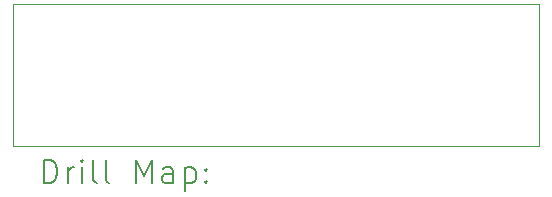
<source format=gbr>
%TF.GenerationSoftware,KiCad,Pcbnew,8.0.6*%
%TF.CreationDate,2025-04-05T03:11:44-05:00*%
%TF.ProjectId,battery protection board,62617474-6572-4792-9070-726f74656374,rev?*%
%TF.SameCoordinates,Original*%
%TF.FileFunction,Drillmap*%
%TF.FilePolarity,Positive*%
%FSLAX45Y45*%
G04 Gerber Fmt 4.5, Leading zero omitted, Abs format (unit mm)*
G04 Created by KiCad (PCBNEW 8.0.6) date 2025-04-05 03:11:44*
%MOMM*%
%LPD*%
G01*
G04 APERTURE LIST*
%ADD10C,0.050000*%
%ADD11C,0.200000*%
G04 APERTURE END LIST*
D10*
X13300000Y-8950000D02*
X17750000Y-8950000D01*
X17750000Y-10150000D01*
X13300000Y-10150000D01*
X13300000Y-8950000D01*
D11*
X13558277Y-10463984D02*
X13558277Y-10263984D01*
X13558277Y-10263984D02*
X13605896Y-10263984D01*
X13605896Y-10263984D02*
X13634467Y-10273508D01*
X13634467Y-10273508D02*
X13653515Y-10292555D01*
X13653515Y-10292555D02*
X13663039Y-10311603D01*
X13663039Y-10311603D02*
X13672562Y-10349698D01*
X13672562Y-10349698D02*
X13672562Y-10378270D01*
X13672562Y-10378270D02*
X13663039Y-10416365D01*
X13663039Y-10416365D02*
X13653515Y-10435412D01*
X13653515Y-10435412D02*
X13634467Y-10454460D01*
X13634467Y-10454460D02*
X13605896Y-10463984D01*
X13605896Y-10463984D02*
X13558277Y-10463984D01*
X13758277Y-10463984D02*
X13758277Y-10330650D01*
X13758277Y-10368746D02*
X13767801Y-10349698D01*
X13767801Y-10349698D02*
X13777324Y-10340174D01*
X13777324Y-10340174D02*
X13796372Y-10330650D01*
X13796372Y-10330650D02*
X13815420Y-10330650D01*
X13882086Y-10463984D02*
X13882086Y-10330650D01*
X13882086Y-10263984D02*
X13872562Y-10273508D01*
X13872562Y-10273508D02*
X13882086Y-10283031D01*
X13882086Y-10283031D02*
X13891610Y-10273508D01*
X13891610Y-10273508D02*
X13882086Y-10263984D01*
X13882086Y-10263984D02*
X13882086Y-10283031D01*
X14005896Y-10463984D02*
X13986848Y-10454460D01*
X13986848Y-10454460D02*
X13977324Y-10435412D01*
X13977324Y-10435412D02*
X13977324Y-10263984D01*
X14110658Y-10463984D02*
X14091610Y-10454460D01*
X14091610Y-10454460D02*
X14082086Y-10435412D01*
X14082086Y-10435412D02*
X14082086Y-10263984D01*
X14339229Y-10463984D02*
X14339229Y-10263984D01*
X14339229Y-10263984D02*
X14405896Y-10406841D01*
X14405896Y-10406841D02*
X14472562Y-10263984D01*
X14472562Y-10263984D02*
X14472562Y-10463984D01*
X14653515Y-10463984D02*
X14653515Y-10359222D01*
X14653515Y-10359222D02*
X14643991Y-10340174D01*
X14643991Y-10340174D02*
X14624943Y-10330650D01*
X14624943Y-10330650D02*
X14586848Y-10330650D01*
X14586848Y-10330650D02*
X14567801Y-10340174D01*
X14653515Y-10454460D02*
X14634467Y-10463984D01*
X14634467Y-10463984D02*
X14586848Y-10463984D01*
X14586848Y-10463984D02*
X14567801Y-10454460D01*
X14567801Y-10454460D02*
X14558277Y-10435412D01*
X14558277Y-10435412D02*
X14558277Y-10416365D01*
X14558277Y-10416365D02*
X14567801Y-10397317D01*
X14567801Y-10397317D02*
X14586848Y-10387793D01*
X14586848Y-10387793D02*
X14634467Y-10387793D01*
X14634467Y-10387793D02*
X14653515Y-10378270D01*
X14748753Y-10330650D02*
X14748753Y-10530650D01*
X14748753Y-10340174D02*
X14767801Y-10330650D01*
X14767801Y-10330650D02*
X14805896Y-10330650D01*
X14805896Y-10330650D02*
X14824943Y-10340174D01*
X14824943Y-10340174D02*
X14834467Y-10349698D01*
X14834467Y-10349698D02*
X14843991Y-10368746D01*
X14843991Y-10368746D02*
X14843991Y-10425889D01*
X14843991Y-10425889D02*
X14834467Y-10444936D01*
X14834467Y-10444936D02*
X14824943Y-10454460D01*
X14824943Y-10454460D02*
X14805896Y-10463984D01*
X14805896Y-10463984D02*
X14767801Y-10463984D01*
X14767801Y-10463984D02*
X14748753Y-10454460D01*
X14929705Y-10444936D02*
X14939229Y-10454460D01*
X14939229Y-10454460D02*
X14929705Y-10463984D01*
X14929705Y-10463984D02*
X14920182Y-10454460D01*
X14920182Y-10454460D02*
X14929705Y-10444936D01*
X14929705Y-10444936D02*
X14929705Y-10463984D01*
X14929705Y-10340174D02*
X14939229Y-10349698D01*
X14939229Y-10349698D02*
X14929705Y-10359222D01*
X14929705Y-10359222D02*
X14920182Y-10349698D01*
X14920182Y-10349698D02*
X14929705Y-10340174D01*
X14929705Y-10340174D02*
X14929705Y-10359222D01*
M02*

</source>
